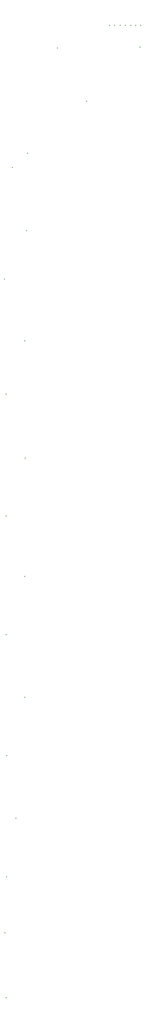
<source format=gbr>
%TF.GenerationSoftware,KiCad,Pcbnew,8.0.2*%
%TF.CreationDate,2025-02-10T20:40:31+01:00*%
%TF.ProjectId,FT25_AMS_VSENS,46543235-5f41-44d5-935f-5653454e532e,rev?*%
%TF.SameCoordinates,Original*%
%TF.FileFunction,Plated,1,4,PTH,Drill*%
%TF.FilePolarity,Positive*%
%FSLAX46Y46*%
G04 Gerber Fmt 4.6, Leading zero omitted, Abs format (unit mm)*
G04 Created by KiCad (PCBNEW 8.0.2) date 2025-02-10 20:40:31*
%MOMM*%
%LPD*%
G01*
G04 APERTURE LIST*
%TA.AperFunction,ViaDrill*%
%ADD10C,0.300000*%
%TD*%
G04 APERTURE END LIST*
D10*
X197150000Y-91600000D03*
X197300000Y-216100000D03*
X197500000Y-136700000D03*
X197500000Y-159300000D03*
X197500000Y-228500000D03*
X197550000Y-113450000D03*
X197600000Y-182300000D03*
X197600000Y-205400000D03*
X198718423Y-70342190D03*
X199400000Y-194287500D03*
X201100000Y-103300000D03*
X201100000Y-148200000D03*
X201100000Y-171200000D03*
X201200000Y-125700000D03*
X201425000Y-82300000D03*
X201605503Y-67621559D03*
X207350000Y-47500000D03*
X212900000Y-57650000D03*
X217300000Y-43200000D03*
X218300000Y-43200000D03*
X219400000Y-43200000D03*
X220400000Y-43200000D03*
X221400000Y-43200000D03*
X222300000Y-43200000D03*
X223150000Y-47350000D03*
X223300000Y-43200000D03*
M02*

</source>
